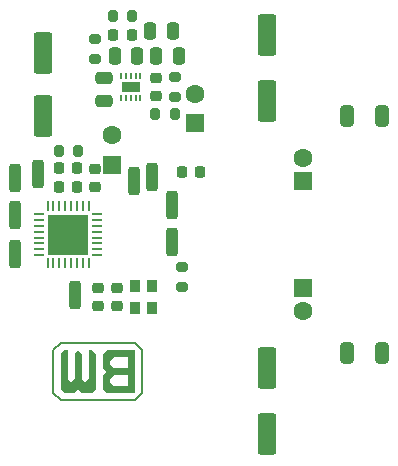
<source format=gbr>
%TF.GenerationSoftware,KiCad,Pcbnew,8.0.4*%
%TF.CreationDate,2024-09-11T23:51:38+02:00*%
%TF.ProjectId,HiFiDAC,48694669-4441-4432-9e6b-696361645f70,rev?*%
%TF.SameCoordinates,Original*%
%TF.FileFunction,Soldermask,Bot*%
%TF.FilePolarity,Negative*%
%FSLAX46Y46*%
G04 Gerber Fmt 4.6, Leading zero omitted, Abs format (unit mm)*
G04 Created by KiCad (PCBNEW 8.0.4) date 2024-09-11 23:51:38*
%MOMM*%
%LPD*%
G01*
G04 APERTURE LIST*
G04 Aperture macros list*
%AMRoundRect*
0 Rectangle with rounded corners*
0 $1 Rounding radius*
0 $2 $3 $4 $5 $6 $7 $8 $9 X,Y pos of 4 corners*
0 Add a 4 corners polygon primitive as box body*
4,1,4,$2,$3,$4,$5,$6,$7,$8,$9,$2,$3,0*
0 Add four circle primitives for the rounded corners*
1,1,$1+$1,$2,$3*
1,1,$1+$1,$4,$5*
1,1,$1+$1,$6,$7*
1,1,$1+$1,$8,$9*
0 Add four rect primitives between the rounded corners*
20,1,$1+$1,$2,$3,$4,$5,0*
20,1,$1+$1,$4,$5,$6,$7,0*
20,1,$1+$1,$6,$7,$8,$9,0*
20,1,$1+$1,$8,$9,$2,$3,0*%
G04 Aperture macros list end*
%ADD10C,0.150000*%
%ADD11C,0.000000*%
%ADD12RoundRect,0.237500X0.237500X-0.987500X0.237500X0.987500X-0.237500X0.987500X-0.237500X-0.987500X0*%
%ADD13R,1.600000X1.600000*%
%ADD14C,1.600000*%
%ADD15RoundRect,0.250000X0.325000X0.650000X-0.325000X0.650000X-0.325000X-0.650000X0.325000X-0.650000X0*%
%ADD16RoundRect,0.225000X0.225000X0.250000X-0.225000X0.250000X-0.225000X-0.250000X0.225000X-0.250000X0*%
%ADD17RoundRect,0.250000X-0.250000X-0.475000X0.250000X-0.475000X0.250000X0.475000X-0.250000X0.475000X0*%
%ADD18RoundRect,0.237500X-0.237500X0.987500X-0.237500X-0.987500X0.237500X-0.987500X0.237500X0.987500X0*%
%ADD19RoundRect,0.250000X0.550000X-1.500000X0.550000X1.500000X-0.550000X1.500000X-0.550000X-1.500000X0*%
%ADD20RoundRect,0.250000X-0.475000X0.250000X-0.475000X-0.250000X0.475000X-0.250000X0.475000X0.250000X0*%
%ADD21RoundRect,0.225000X0.250000X-0.225000X0.250000X0.225000X-0.250000X0.225000X-0.250000X-0.225000X0*%
%ADD22RoundRect,0.062500X-0.062500X0.375000X-0.062500X-0.375000X0.062500X-0.375000X0.062500X0.375000X0*%
%ADD23RoundRect,0.062500X-0.375000X0.062500X-0.375000X-0.062500X0.375000X-0.062500X0.375000X0.062500X0*%
%ADD24R,3.450000X3.450000*%
%ADD25R,0.950000X1.050000*%
%ADD26RoundRect,0.250000X0.250000X0.475000X-0.250000X0.475000X-0.250000X-0.475000X0.250000X-0.475000X0*%
%ADD27RoundRect,0.200000X-0.275000X0.200000X-0.275000X-0.200000X0.275000X-0.200000X0.275000X0.200000X0*%
%ADD28RoundRect,0.200000X0.200000X0.275000X-0.200000X0.275000X-0.200000X-0.275000X0.200000X-0.275000X0*%
%ADD29RoundRect,0.200000X-0.200000X-0.275000X0.200000X-0.275000X0.200000X0.275000X-0.200000X0.275000X0*%
%ADD30RoundRect,0.050000X0.050000X-0.200000X0.050000X0.200000X-0.050000X0.200000X-0.050000X-0.200000X0*%
%ADD31R,1.500000X0.900000*%
%ADD32RoundRect,0.225000X-0.250000X0.225000X-0.250000X-0.225000X0.250000X-0.225000X0.250000X0.225000X0*%
%ADD33RoundRect,0.218750X-0.218750X-0.256250X0.218750X-0.256250X0.218750X0.256250X-0.218750X0.256250X0*%
G04 APERTURE END LIST*
D10*
%TO.C,REF\u002A\u002A*%
X142150000Y-109800000D02*
X142150000Y-113400000D01*
X141550000Y-114000000D01*
X135250000Y-114000000D01*
X134650000Y-113400000D01*
X134650000Y-109800000D01*
X135250000Y-109200000D01*
X141550000Y-109200000D01*
X142150000Y-109800000D01*
D11*
G36*
X141550000Y-111300000D02*
G01*
X140950000Y-111300000D01*
X140950000Y-110400000D01*
X139750000Y-110400000D01*
X139450000Y-110700000D01*
X139450000Y-111000000D01*
X139750000Y-111300000D01*
X138850000Y-111300000D01*
X138850000Y-110100000D01*
X139150000Y-109800000D01*
X141550000Y-109800000D01*
X141550000Y-111300000D01*
G37*
G36*
X140950000Y-111300000D02*
G01*
X141550000Y-111300000D01*
X141550000Y-113400000D01*
X139150000Y-113400000D01*
X138850000Y-113100000D01*
X138850000Y-112200000D01*
X139450000Y-112200000D01*
X139450000Y-112500000D01*
X139750000Y-112800000D01*
X140950000Y-112800000D01*
X140950000Y-111900000D01*
X139750000Y-111900000D01*
X139450000Y-112200000D01*
X138850000Y-112200000D01*
X138850000Y-111900000D01*
X139150000Y-111600000D01*
X138850000Y-111300000D01*
X140950000Y-111300000D01*
G37*
G36*
X135850000Y-112200000D02*
G01*
X136150000Y-112500000D01*
X136450000Y-112200000D01*
X136450000Y-110100000D01*
X136750000Y-109800000D01*
X137050000Y-110100000D01*
X137050000Y-112200000D01*
X137350000Y-112500000D01*
X137650000Y-112200000D01*
X137650000Y-109800000D01*
X137950000Y-109800000D01*
X138250000Y-110100000D01*
X138250000Y-113100000D01*
X137950000Y-113400000D01*
X137050000Y-113400000D01*
X136750000Y-113100000D01*
X136450000Y-113400000D01*
X135550000Y-113400000D01*
X135250000Y-113100000D01*
X135250000Y-110100000D01*
X135550000Y-109800000D01*
X135850000Y-109800000D01*
X135850000Y-112200000D01*
G37*
%TD*%
D12*
%TO.C,TP9*%
X144700000Y-100600000D03*
%TD*%
%TO.C,TP8*%
X144700000Y-97500000D03*
%TD*%
%TO.C,TP7*%
X143000000Y-95100000D03*
%TD*%
%TO.C,TP6*%
X141500000Y-95500000D03*
%TD*%
D13*
%TO.C,C12*%
X139600000Y-94100000D03*
D14*
X139600000Y-91600000D03*
%TD*%
D13*
%TO.C,C18*%
X155800000Y-104500000D03*
D14*
X155800000Y-106500000D03*
%TD*%
D13*
%TO.C,C28*%
X146600000Y-90582380D03*
D14*
X146600000Y-88082380D03*
%TD*%
D13*
%TO.C,C23*%
X155800000Y-95500000D03*
D14*
X155800000Y-93500000D03*
%TD*%
D15*
%TO.C,C39*%
X162475000Y-110000000D03*
X159525000Y-110000000D03*
%TD*%
D16*
%TO.C,C10*%
X136675000Y-96000000D03*
X135125000Y-96000000D03*
%TD*%
D17*
%TO.C,C26*%
X142850000Y-82800000D03*
X144750000Y-82800000D03*
%TD*%
D18*
%TO.C,TP4*%
X136500000Y-105100000D03*
%TD*%
D19*
%TO.C,C14*%
X152700000Y-116900000D03*
X152700000Y-111300000D03*
%TD*%
D17*
%TO.C,C27*%
X143350000Y-84900000D03*
X145250000Y-84900000D03*
%TD*%
D20*
%TO.C,C30*%
X138900000Y-86750000D03*
X138900000Y-88650000D03*
%TD*%
D21*
%TO.C,C8*%
X140000000Y-106075000D03*
X140000000Y-104525000D03*
%TD*%
D22*
%TO.C,U3*%
X134150000Y-97562500D03*
X134650000Y-97562500D03*
X135150000Y-97562500D03*
X135650000Y-97562500D03*
X136150000Y-97562500D03*
X136650000Y-97562500D03*
X137150000Y-97562500D03*
X137650000Y-97562500D03*
D23*
X138337500Y-98250000D03*
X138337500Y-98750000D03*
X138337500Y-99250000D03*
X138337500Y-99750000D03*
X138337500Y-100250000D03*
X138337500Y-100750000D03*
X138337500Y-101250000D03*
X138337500Y-101750000D03*
D22*
X137650000Y-102437500D03*
X137150000Y-102437500D03*
X136650000Y-102437500D03*
X136150000Y-102437500D03*
X135650000Y-102437500D03*
X135150000Y-102437500D03*
X134650000Y-102437500D03*
X134150000Y-102437500D03*
D23*
X133462500Y-101750000D03*
X133462500Y-101250000D03*
X133462500Y-100750000D03*
X133462500Y-100250000D03*
X133462500Y-99750000D03*
X133462500Y-99250000D03*
X133462500Y-98750000D03*
X133462500Y-98250000D03*
D24*
X135900000Y-100000000D03*
%TD*%
D18*
%TO.C,TP3*%
X131400000Y-98300000D03*
%TD*%
D25*
%TO.C,U1*%
X141575000Y-106225000D03*
X141575000Y-104375000D03*
X143025000Y-104375000D03*
X143025000Y-106225000D03*
%TD*%
D26*
%TO.C,C31*%
X141750000Y-84900000D03*
X139850000Y-84900000D03*
%TD*%
D19*
%TO.C,C13*%
X152700000Y-88700000D03*
X152700000Y-83100000D03*
%TD*%
D27*
%TO.C,R11*%
X144900000Y-86675000D03*
X144900000Y-88325000D03*
%TD*%
%TO.C,R2*%
X145500000Y-102775000D03*
X145500000Y-104425000D03*
%TD*%
D19*
%TO.C,C32*%
X133800000Y-90000000D03*
X133800000Y-84600000D03*
%TD*%
D28*
%TO.C,R13*%
X141325000Y-81500000D03*
X139675000Y-81500000D03*
%TD*%
D21*
%TO.C,C11*%
X138200000Y-95975000D03*
X138200000Y-94425000D03*
%TD*%
D18*
%TO.C,TP5*%
X131400000Y-101600000D03*
%TD*%
D29*
%TO.C,R12*%
X143275000Y-89800000D03*
X144925000Y-89800000D03*
%TD*%
D30*
%TO.C,U5*%
X142000000Y-88450000D03*
X141600000Y-88450000D03*
X141200000Y-88450000D03*
X140800000Y-88450000D03*
X140400000Y-88450000D03*
X140400000Y-86550000D03*
X140800000Y-86550000D03*
X141200000Y-86550000D03*
X141600000Y-86550000D03*
X142000000Y-86550000D03*
D31*
X141200000Y-87500000D03*
%TD*%
D32*
%TO.C,C25*%
X143300000Y-86725000D03*
X143300000Y-88275000D03*
%TD*%
D27*
%TO.C,R14*%
X138200000Y-83475000D03*
X138200000Y-85125000D03*
%TD*%
D18*
%TO.C,TP1*%
X133300000Y-94900000D03*
%TD*%
D15*
%TO.C,C42*%
X162475000Y-90000000D03*
X159525000Y-90000000D03*
%TD*%
D33*
%TO.C,FB1*%
X145512500Y-94700000D03*
X147087500Y-94700000D03*
%TD*%
D21*
%TO.C,C7*%
X138400000Y-106075000D03*
X138400000Y-104525000D03*
%TD*%
D12*
%TO.C,TP2*%
X131400000Y-95200000D03*
%TD*%
D16*
%TO.C,C9*%
X136675000Y-94400000D03*
X135125000Y-94400000D03*
%TD*%
%TO.C,C29*%
X141275000Y-83100000D03*
X139725000Y-83100000D03*
%TD*%
D29*
%TO.C,R6*%
X135075000Y-92900000D03*
X136725000Y-92900000D03*
%TD*%
M02*

</source>
